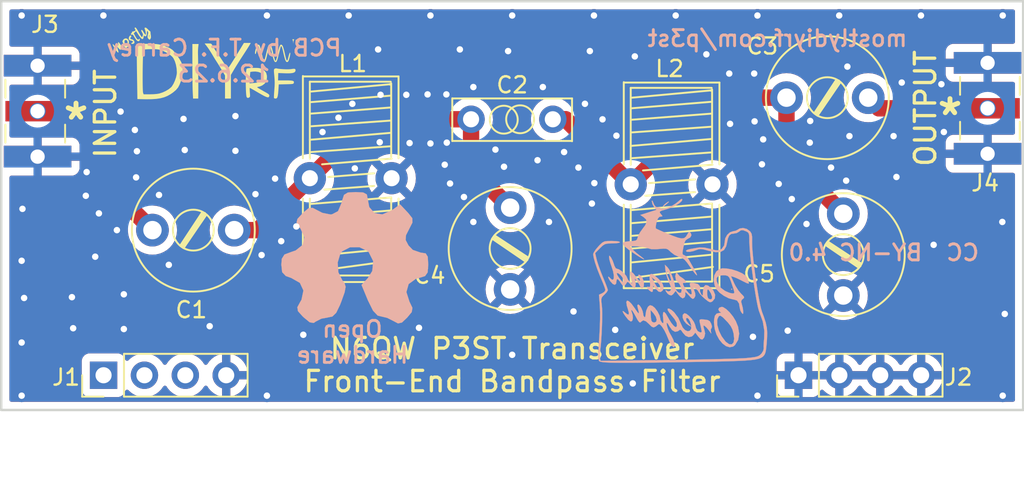
<source format=kicad_pcb>
(kicad_pcb (version 20211014) (generator pcbnew)
  (layers (0 "F.Cu" signal) (31 "B.Cu" signal) (34 "B.Paste" user) (35 "F.Paste" user) (36 "B.SilkS" user "B.Silkscreen") (37 "F.SilkS" user "F.Silkscreen") (38 "B.Mask" user) (39 "F.Mask" user) (44 "Edge.Cuts" user))
  (net 0 "")
  (net 1 "Net-(C1-Pad1)")
  (net 2 "Net-(C1-Pad2)")
  (net 3 "GND")
  (net 4 "Net-(C2-Pad2)")
  (net 5 "Net-(C3-Pad2)")
  (footprint "Graphics:diyrf_12mm" (layer "F.Cu") (at 136.153216 85.577397)
    (fp_text reference "G***" hide)
    (fp_text value "LOGO" hide)
  )
  (footprint "Connector_PinHeader_2.54mm:PinHeader_1x04_P2.54mm_Vertical" (layer "F.Cu") (at 129.804 105.029 90)
    (fp_text reference "J1" (at -0.127 -2.33 180) (layer "F.SilkS"))
    (fp_text value "Conn_01x04_Male")
    (pad "1" thru_hole rect (at 0 0 90) (size 1.7 1.7) (drill 1) (layers *.Cu *.Mask))
    (pad "2" thru_hole oval (at 0 2.54 90) (size 1.7 1.7) (drill 1) (layers *.Cu *.Mask))
    (pad "3" thru_hole oval (at 0 5.08 90) (size 1.7 1.7) (drill 1) (layers *.Cu *.Mask))
    (pad "4" thru_hole oval (at 0 7.62 90) (size 1.7 1.7) (drill 1) (layers *.Cu *.Mask) (net 3 "GND"))
  )
  (footprint "K7TFC_Toroids:Toroid_T50_Vertical_P6.00mm" (layer "F.Cu") (at 162.56 93.1672 90)
    (fp_text reference "L2" (at 7.1882 2.413 180) (layer "F.SilkS"))
    (fp_text value "2.3uH")
    (pad "1" thru_hole circle (at 0 0 90) (size 2 2) (drill 1) (layers *.Cu *.Mask) (net 4 "Net-(C2-Pad2)"))
    (pad "2" thru_hole circle (at 0 5.08 90) (size 2 2) (drill 1) (layers *.Cu *.Mask) (net 3 "GND"))
  )
  (footprint "K7TFC:C_Gimmick" (layer "F.Cu") (at 152.639 89.124 90)
    (fp_text reference "C2" (at 2.129 2.555 180) (layer "F.SilkS"))
    (fp_text value "1.5pF")
    (pad "1" thru_hole oval (at 0 0 90) (size 1.7 1.7) (drill 1) (layers *.Cu *.Mask) (net 2 "Net-(C1-Pad2)"))
    (pad "2" thru_hole oval (at 0 5.08 90) (size 1.7 1.7) (drill 1) (layers *.Cu *.Mask) (net 4 "Net-(C2-Pad2)"))
  )
  (footprint "K7TFC_Toroids:Toroid_T50_Vertical_P6.00mm" (layer "F.Cu") (at 142.621 92.7862 90)
    (fp_text reference "L1" (at 7.112 2.667 180) (layer "F.SilkS"))
    (fp_text value "2.3uH")
    (pad "1" thru_hole circle (at 0 0 90) (size 2 2) (drill 1) (layers *.Cu *.Mask) (net 2 "Net-(C1-Pad2)"))
    (pad "2" thru_hole circle (at 0 5.08 90) (size 2 2) (drill 1) (layers *.Cu *.Mask) (net 3 "GND"))
  )
  (footprint "Graphics:portland_logo_11mm" (layer "F.Cu") (at 164.923716 99.695742)
    (fp_text reference "G***" hide)
    (fp_text value "LOGO" hide)
  )
  (footprint "K7TFC_Passives:Capacitor_Trimmer_Ceramic_GKGxx015_Series" (layer "F.Cu") (at 135.382 96.012)
    (fp_text reference "C1" (at -0.127 4.953) (layer "F.SilkS"))
    (fp_text value "14.8pF")
    (pad "1" thru_hole circle (at -2.54 0) (size 2.032 2.032) (drill 1.143) (layers *.Cu *.Mask) (net 1 "Net-(C1-Pad1)"))
    (pad "2" thru_hole circle (at 2.54 0) (size 2.032 2.032) (drill 1.143) (layers *.Cu *.Mask) (net 2 "Net-(C1-Pad2)"))
  )
  (footprint "K7TFC:SMA_EdgeMount_0.062_Samtec_wHoles" (layer "F.Cu") (at 184.7342 88.4428 90)
    (fp_text reference "J4" (at -4.6482 -0.1524 180) (layer "F.SilkS"))
    (fp_text value "Conn_01x02" hide)
    (pad "1" thru_hole circle (at 0 0 90) (size 1.016 1.016) (drill 0.889) (layers *.Cu *.Mask) (net 5 "Net-(C3-Pad2)"))
    (pad "1" smd rect (at 0 0.2 90) (size 1.27 3.6) (layers "F.Cu" "F.Paste" "F.Mask") (net 5 "Net-(C3-Pad2)"))
    (pad "2" smd rect (at -2.825 0 90) (size 1.35 4.2) (layers "B.Cu" "B.Paste" "B.Mask") (net 3 "GND"))
    (pad "2" thru_hole circle (at 2.825 0 90) (size 1.016 1.016) (drill 0.889) (layers *.Cu *.Mask) (net 3 "GND"))
    (pad "2" smd rect (at 2.825 0 90) (size 1.35 4.2) (layers "B.Cu" "B.Paste" "B.Mask") (net 3 "GND"))
    (pad "2" smd rect (at 2.825 0 90) (size 1.35 4.2) (layers "F.Cu" "F.Paste" "F.Mask") (net 3 "GND"))
    (pad "2" smd rect (at -2.825 0 90) (size 1.35 4.2) (layers "F.Cu" "F.Paste" "F.Mask") (net 3 "GND"))
    (pad "2" thru_hole circle (at -2.825 0 90) (size 1.016 1.016) (drill 0.889) (layers *.Cu *.Mask) (net 3 "GND"))
  )
  (footprint "Connector_PinHeader_2.54mm:PinHeader_1x04_P2.54mm_Vertical" (layer "F.Cu") (at 172.984 105.029 90)
    (fp_text reference "J2" (at -0.127 9.9468 180) (layer "F.SilkS"))
    (fp_text value "Conn_01x04_Male")
    (pad "1" thru_hole rect (at 0 0 90) (size 1.7 1.7) (drill 1) (layers *.Cu *.Mask) (net 3 "GND"))
    (pad "2" thru_hole oval (at 0 2.54 90) (size 1.7 1.7) (drill 1) (layers *.Cu *.Mask) (net 3 "GND"))
    (pad "3" thru_hole oval (at 0 5.08 90) (size 1.7 1.7) (drill 1) (layers *.Cu *.Mask) (net 3 "GND"))
    (pad "4" thru_hole oval (at 0 7.62 90) (size 1.7 1.7) (drill 1) (layers *.Cu *.Mask) (net 3 "GND"))
  )
  (footprint "K7TFC_Passives:Capacitor_Trimmer_Ceramic_GKGxx015_Series" (layer "F.Cu") (at 155.067 97.155 -90)
    (fp_text reference "C4" (at 1.6764 5.0038 180) (layer "F.SilkS"))
    (fp_text value "39pF")
    (pad "1" thru_hole circle locked (at -2.54 0 270) (size 2.032 2.032) (drill 1.143) (layers *.Cu *.Mask) (net 2 "Net-(C1-Pad2)"))
    (pad "2" thru_hole circle locked (at 2.54 0 270) (size 2.032 2.032) (drill 1.143) (layers *.Cu *.Mask) (net 3 "GND"))
  )
  (footprint "K7TFC:SMA_EdgeMount_0.062_Samtec_wHoles" (layer "F.Cu") (at 125.7046 88.6206 -90)
    (fp_text reference "J3" (at -5.3848 -0.4572 180) (layer "F.SilkS"))
    (fp_text value "Conn_01x02" hide)
    (pad "1" smd rect (at 0 0.2 270) (size 1.27 3.6) (layers "F.Cu" "F.Paste" "F.Mask") (net 1 "Net-(C1-Pad1)"))
    (pad "1" thru_hole circle (at 0 0 270) (size 1.016 1.016) (drill 0.889) (layers *.Cu *.Mask) (net 1 "Net-(C1-Pad1)"))
    (pad "2" smd rect (at -2.825 0 270) (size 1.35 4.2) (layers "B.Cu" "B.Paste" "B.Mask") (net 3 "GND"))
    (pad "2" smd rect (at 2.825 0 270) (size 1.35 4.2) (layers "B.Cu" "B.Paste" "B.Mask") (net 3 "GND"))
    (pad "2" thru_hole circle (at 2.825 0 270) (size 1.016 1.016) (drill 0.889) (layers *.Cu *.Mask) (net 3 "GND"))
    (pad "2" thru_hole circle (at -2.825 0 270) (size 1.016 1.016) (drill 0.889) (layers *.Cu *.Mask) (net 3 "GND"))
    (pad "2" smd rect (at -2.825 0 270) (size 1.35 4.2) (layers "F.Cu" "F.Paste" "F.Mask") (net 3 "GND"))
    (pad "2" smd rect (at 2.825 0 270) (size 1.35 4.2) (layers "F.Cu" "F.Paste" "F.Mask") (net 3 "GND"))
  )
  (footprint "K7TFC_Passives:Capacitor_Trimmer_Ceramic_GKGxx015_Series" (layer "F.Cu") (at 174.7774 87.7824)
    (fp_text reference "C3" (at -4.0386 -3.2004 180) (layer "F.SilkS"))
    (fp_text value "14.8pF")
    (pad "1" thru_hole circle locked (at -2.54 0) (size 2.032 2.032) (drill 1.143) (layers *.Cu *.Mask) (net 4 "Net-(C2-Pad2)"))
    (pad "2" thru_hole circle locked (at 2.54 0) (size 2.032 2.032) (drill 1.143) (layers *.Cu *.Mask) (net 5 "Net-(C3-Pad2)"))
  )
  (footprint "K7TFC_Passives:Capacitor_Trimmer_Ceramic_GKGxx015_Series" (layer "F.Cu") (at 175.768 97.536 -90)
    (fp_text reference "C5" (at 1.1938 5.2324 180) (layer "F.SilkS"))
    (fp_text value "39pF")
    (pad "1" thru_hole circle locked (at -2.54 0 270) (size 2.032 2.032) (drill 1.143) (layers *.Cu *.Mask) (net 4 "Net-(C2-Pad2)"))
    (pad "2" thru_hole circle locked (at 2.54 0 270) (size 2.032 2.032) (drill 1.143) (layers *.Cu *.Mask) (net 3 "GND"))
  )
  (footprint "Graphics:open-hardware_9.5mm" (layer "F.Cu") (at 145.2372 97.9932)
    (fp_text reference "G***" hide)
    (fp_text value "LOGO" hide)
  )
  (gr_rect (start 123.444 81.788) (end 186.944 107.188) (layer "Edge.Cuts") (width 0.15) (fill none))
  (gr_text "Open\nHardware" (at 145.2626 102.9716) (layer "B.SilkS") (effects (font (size 1 1) (thickness 0.1778)) (justify mirror)))
  (gr_text "PCB by T.F. Carney\n12.6.23" (at 137.287 85.4964) (layer "B.SilkS") (effects (font (size 1 1) (thickness 0.1778)) (justify mirror)))
  (gr_text "CC  BY-NC 4.0" (at 178.2826 97.409) (layer "B.SilkS") (effects (font (size 1 1) (thickness 0.1778)) (justify mirror)))
  (gr_text "mostlydiyrf.com/p3st" (at 171.6786 84.0994) (layer "B.SilkS") (effects (font (size 1 1) (thickness 0.1778)) (justify mirror)))
  (gr_text "*" (at 128.0922 89.2302) (layer "F.SilkS") (effects (font (size 2.032 2.032) (thickness 0.3048))))
  (gr_text "N6QW P3ST Transceiver\nFront-End Bandpass Filter" (at 155.194 104.394) (layer "F.SilkS") (effects (font (size 1.27 1.27) (thickness 0.2032))))
  (gr_text "*" (at 182.3974 88.9508) (layer "F.SilkS") (effects (font (size 2.032 2.032) (thickness 0.3048))))
  (gr_text "INPUT" (at 129.921 88.773 90) (layer "F.SilkS") (effects (font (size 1.27 1.27) (thickness 0.2032))))
  (gr_text "OUTPUT" (at 180.8734 88.4428 90) (layer "F.SilkS") (effects (font (size 1.27 1.27) (thickness 0.2032))))
  (segment (start 130.337 93.507) (end 130.337 90.3066) (width 1.016) (layer "F.Cu") (net 1))
  (segment (start 128.651 88.6206) (end 125.7046 88.6206) (width 1.016) (layer "F.Cu") (net 1))
  (segment (start 130.337 90.3066) (end 128.651 88.6206) (width 1.016) (layer "F.Cu") (net 1))
  (segment (start 132.842 96.012) (end 130.337 93.507) (width 1.016) (layer "F.Cu") (net 1))
  (segment (start 152.639 92.187) (end 155.067 94.615) (width 1.016) (layer "F.Cu") (net 2))
  (segment (start 139.3952 96.012) (end 142.621 92.7862) (width 1.016) (layer "F.Cu") (net 2))
  (segment (start 152.639 89.124) (end 146.2832 89.124) (width 1.016) (layer "F.Cu") (net 2))
  (segment (start 146.2832 89.124) (end 142.621 92.7862) (width 1.016) (layer "F.Cu") (net 2))
  (segment (start 152.639 89.124) (end 152.639 92.187) (width 1.016) (layer "F.Cu") (net 2))
  (segment (start 137.922 96.012) (end 139.3952 96.012) (width 1.016) (layer "F.Cu") (net 2))
  (via (at 176.149 90.17) (size 0.8) (drill 0.4) (layers "F.Cu" "B.Cu") (net 3))
  (via (at 131.064 102.1588) (size 0.8) (drill 0.4) (layers "F.Cu" "B.Cu") (net 3))
  (via (at 170.1546 102.6414) (size 0.8) (drill 0.4) (layers "F.Cu" "B.Cu") (net 3))
  (via (at 168.6814 86.2838) (size 0.8) (drill 0.4) (layers "F.Cu" "B.Cu") (net 3))
  (via (at 148.6154 87.6046) (size 0.8) (drill 0.4) (layers "F.Cu" "B.Cu") (net 3))
  (via (at 173.6852 90.5764) (size 0.8) (drill 0.4) (layers "F.Cu" "B.Cu") (net 3))
  (via (at 182.0164 89.916) (size 0.8) (drill 0.4) (layers "F.Cu" "B.Cu") (net 3))
  (via (at 161.671 90.1446) (size 0.8) (drill 0.4) (layers "F.Cu" "B.Cu") (net 3))
  (via (at 170.7134 91.9226) (size 0.8) (drill 0.4) (layers "F.Cu" "B.Cu") (net 3))
  (via (at 131.8768 91.1098) (size 0.8) (drill 0.4) (layers "F.Cu" "B.Cu") (net 3))
  (via (at 151.13 90.5764) (size 0.8) (drill 0.4) (layers "F.Cu" "B.Cu") (net 3))
  (via (at 133.2484 93.8276) (size 0.8) (drill 0.4) (layers "F.Cu" "B.Cu") (net 3))
  (via (at 155.194 103.759) (size 0.8) (drill 0.4) (layers "F.Cu" "B.Cu") (net 3))
  (via (at 131.826 92.7354) (size 0.8) (drill 0.4) (layers "F.Cu" "B.Cu") (net 3))
  (via (at 170.434 106.299) (size 0.8) (drill 0.4) (layers "F.Cu" "B.Cu") (net 3))
  (via (at 151.9428 84.7852) (size 0.8) (drill 0.4) (layers "F.Cu" "B.Cu") (net 3))
  (via (at 173.482 95.631) (size 0.8) (drill 0.4) (layers "F.Cu" "B.Cu") (net 3))
  (via (at 130.6322 96.012) (size 0.8) (drill 0.4) (layers "F.Cu" "B.Cu") (net 3))
  (via (at 170.2308 86.2838) (size 0.8) (drill 0.4) (layers "F.Cu" "B.Cu") (net 3))
  (via (at 161.5948 102.2096) (size 0.8) (drill 0.4) (layers "F.Cu" "B.Cu") (net 3))
  (via (at 185.801 101.219) (size 0.8) (drill 0.4) (layers "F.Cu" "B.Cu") (net 3))
  (via (at 181.3814 96.9264) (size 0.8) (drill 0.4) (layers "F.Cu" "B.Cu") (net 3))
  (via (at 165.354 82.677) (size 0.8) (drill 0.4) (layers "F.Cu" "B.Cu") (net 3))
  (via (at 144.399 89.027) (size 0.8) (drill 0.4) (layers "F.Cu" "B.Cu") (net 3))
  (via (at 170.434 82.677) (size 0.8) (drill 0.4) (layers "F.Cu" "B.Cu") (net 3))
  (via (at 124.714 102.997) (size 0.8) (drill 0.4) (layers "F.Cu" "B.Cu") (net 3))
  (via (at 128.7526 92.4052) (size 0.8) (drill 0.4) (layers "F.Cu" "B.Cu") (net 3))
  (via (at 124.714 106.299) (size 0.8) (drill 0.4) (layers "F.Cu" "B.Cu") (net 3))
  (via (at 185.674 106.299) (size 0.8) (drill 0.4) (layers "F.Cu" "B.Cu") (net 3))
  (via (at 173.7106 89.2302) (size 0.8) (drill 0.4) (layers "F.Cu" "B.Cu") (net 3))
  (via (at 181.864 86.9442) (size 0.8) (drill 0.4) (layers "F.Cu" "B.Cu") (net 3))
  (via (at 136.398 101.981) (size 0.8) (drill 0.4) (layers "F.Cu" "B.Cu") (net 3))
  (via (at 139.954 106.299) (size 0.8) (drill 0.4) (layers "F.Cu" "B.Cu") (net 3))
  (via (at 175.514 82.677) (size 0.8) (drill 0.4) (layers "F.Cu" "B.Cu") (net 3))
  (via (at 155.194 82.677) (size 0.8) (drill 0.4) (layers "F.Cu" "B.Cu") (net 3))
  (via (at 151.003 91.948) (size 0.8) (drill 0.4) (layers "F.Cu" "B.Cu") (net 3))
  (via (at 139.6238 97.5614) (size 0.8) (drill 0.4) (layers "F.Cu" "B.Cu") (net 3))
  (via (at 180.594 82.677) (size 0.8) (drill 0.4) (layers "F.Cu" "B.Cu") (net 3))
  (via (at 175.006 92.1258) (size 0.8) (drill 0.4) (layers "F.Cu" "B.Cu") (net 3))
  (via (at 148.8186 90.6018) (size 0.8) (drill 0.4) (layers "F.Cu" "B.Cu") (net 3))
  (via (at 162.814 85.217) (size 0.8) (drill 0.4) (layers "F.Cu" "B.Cu") (net 3))
  (via (at 168.7322 89.408) (size 0.8) (drill 0.4) (layers "F.Cu" "B.Cu") (net 3))
  (via (at 151.3332 93.1164) (size 0.8) (drill 0.4) (layers "F.Cu" "B.Cu") (net 3))
  (via (at 162.687 105.537) (size 0.8) (drill 0.4) (layers "F.Cu" "B.Cu") (net 3))
  (via (at 159.3088 92.1258) (size 0.8) (drill 0.4) (layers "F.Cu" "B.Cu") (net 3))
  (via (at 152.781 95.504) (size 0.8) (drill 0.4) (layers "F.Cu" "B.Cu") (net 3))
  (via (at 149.4028 102.0826) (size 0.8) (drill 0.4) (layers "F.Cu" "B.Cu") (net 3))
  (via (at 140.843 96.6978) (size 0.8) (drill 0.4) (layers "F.Cu" "B.Cu") (net 3))
  (via (at 160.147 94.361) (size 0.8) (drill 0.4) (layers "F.Cu" "B.Cu") (net 3))
  (via (at 178.8922 90.17) (size 0.8) (drill 0.4) (layers "F.Cu" "B.Cu") (net 3))
  (via (at 146.9644 90.551) (size 0.8) (drill 0.4) (layers "F.Cu" "B.Cu") (net 3))
  (via (at 139.954 82.677) (size 0.8) (drill 0.4) (layers "F.Cu" "B.Cu") (net 3))
  (via (at 133.858 98.171) (size 0.8) (drill 0.4) (layers "F.Cu" "B.Cu") (net 3))
  (via (at 185.674 82.677) (size 0.8) (drill 0.4) (layers "F.Cu" "B.Cu") (net 3))
  (via (at 129.5146 94.9706) (size 0.8) (drill 0.4) (layers "F.Cu" "B.Cu") (net 3))
  (via (at 175.9458 92.9386) (size 0.8) (drill 0.4) (layers "F.Cu" "B.Cu") (net 3))
  (via (at 128.7018 93.8784) (size 0.8) (drill 0.4) (layers "F.Cu" "B.Cu") (net 3))
  (via (at 176.022 85.852) (size 0.8) (drill 0.4) (layers "F.Cu" "B.Cu") (net 3))
  (via (at 145.415 92.1766) (size 0.8) (drill 0.4) (layers "F.Cu" "B.Cu") (net 3))
  (via (at 145.034 82.677) (size 0.8) (drill 0.4) (layers "F.Cu" "B.Cu") (net 3))
  (via (at 137.9982 91.0844) (size 0.8) (drill 0.4) (layers "F.Cu" "B.Cu") (net 3))
  (via (at 160.2994 93.091) (size 0.8) (drill 0.4) (layers "F.Cu" "B.Cu") (net 3))
  (via (at 127.9144 102.108) (size 0.8) (drill 0.4) (layers "F.Cu" "B.Cu") (net 3))
  (via (at 130.8608 88.646) (size 0.8) (drill 0.4) (layers "F.Cu" "B.Cu") (net 3))
  (via (at 145.2626 88.1634) (size 0.8) (drill 0.4) (layers "F.Cu" "B.Cu") (net 3))
  (via (at 137.9982 88.9254) (size 0.8) (drill 0.4) (layers "F.Cu" "B.Cu") (net 3))
  (via (at 159.7152 88.1634) (size 0.8) (drill 0.4) (layers "F.Cu" "B.Cu") (net 3))
  (via (at 179.4002 86.8426) (size 0.8) (drill 0.4) (layers "F.Cu" "B.Cu") (net 3))
  (via (at 143.4084 89.916) (size 0.8) (drill 0.4) (layers "F.Cu" "B.Cu") (net 3))
  (via (at 172.5676 94.0816) (size 0.8) (drill 0.4) (layers "F.Cu" "B.Cu") (net 3))
  (via (at 124.714 97.917) (size 0.8) (drill 0.4) (layers "F.Cu" "B.Cu") (net 3))
  (via (at 142.2146 102.5144) (size 0.8) (drill 0.4) (layers "F.Cu" "B.Cu") (net 3))
  (via (at 172.3136 102.2604) (size 0.8) (drill 0.4) (layers "F.Cu" "B.Cu") (net 3))
  (via (at 152.1968 93.9546) (size 0.8) (drill 0.4) (layers "F.Cu" "B.Cu") (net 3))
  (via (at 167.259 85.09) (size 0.8) (drill 0.4) (layers "F.Cu" "B.Cu") (net 3))
  (via (at 160.274 82.677) (size 0.8) (drill 0.4) (layers "F.Cu" "B.Cu") (net 3))
  (via (at 129.286 97.663) (size 0.8) (drill 0.4) (layers "F.Cu" "B.Cu") (net 3))
  (via (at 160.02 84.8868) (size 0.8) (drill 0.4) (layers "F.Cu" "B.Cu") (net 3))
  (via (at 170.7896 90.3732) (size 0.8) (drill 0.4) (layers "F.Cu" "B.Cu") (net 3))
  (via (at 149.9362 87.5792) (size 0.8) (drill 0.4) (layers "F.Cu" "B.Cu") (net 3))
  (via (at 124.8664 100.2284) (size 0.8) (drill 0.4) (layers "F.Cu" "B.Cu") (net 3))
  (via (at 139.2428 93.7768) (size 0.8) (drill 0.4) (layers "F.Cu" "B.Cu") (net 3))
  (via (at 147.0152 87.6046) (size 0.8) (drill 0.4) (layers "F.Cu" "B.Cu") (net 3))
  (via (at 151.1046 87.5792) (size 0.8) (drill 0.4) (layers "F.Cu" "B.Cu") (net 3))
  (via (at 157.48 95.504) (size 0.8) (drill 0.4) (layers "F.Cu" "B.Cu") (net 3))
  (via (at 141.7828 95.7834) (size 0.8) (drill 0.4) (layers "F.Cu" "B.Cu") (net 3))
  (via (at 154.1526 91.0082) (size 0.8) (drill 0.4) (layers "F.Cu" "B.Cu") (net 3))
  (via (at 127.8382 100.1776) (size 0.8) (drill 0.4) (layers "F.Cu" "B.Cu") (net 3))
  (via (at 160.8074 89.1286) (size 0.8) (drill 0.4) (layers "F.Cu" "B.Cu") (net 3))
  (via (at 124.7648 94.6912) (size 0.8) (drill 0.4) (layers "F.Cu" "B.Cu") (net 3))
  (via (at 179.07 92.71) (size 0.8) (drill 0.4) (layers "F.Cu" "B.Cu") (net 3))
  (via (at 124.714 82.677) (size 0.8) (drill 0.4) (layers "F.Cu" "B.Cu") (net 3))
  (via (at 152.781 87.122) (size 0.8) (drill 0.4) (layers "F.Cu" "B.Cu") (net 3))
  (via (at 134.7724 89.1032) (size 0.8) (drill 0.4) (layers "F.Cu" "B.Cu") (net 3))
  (via (at 158.4198 91.1606) (size 0.8) (drill 0.4) (layers "F.Cu" "B.Cu") (net 3))
  (via (at 170.2562 89.2556) (size 0.8) (drill 0.4) (layers "F.Cu" "B.Cu") (net 3))
  (via (at 129.794 82.677) (size 0.8) (drill 0.4) (layers "F.Cu" "B.Cu") (net 3))
  (via (at 159.004 101.0666) (size 0.8) (drill 0.4) (layers "F.Cu" "B.Cu") (net 3))
  (via (at 185.6486 95.504) (size 0.8) (drill 0.4) (layers "F.Cu" "B.Cu") (net 3))
  (via (at 140.462 92.8116) (size 0.8) (drill 0.4) (layers "F.Cu" "B.Cu") (net 3))
  (via (at 150.114 82.677) (size 0.8) (drill 0.4) (layers "F.Cu" "B.Cu") (net 3))
  (via (at 131.7498 89.789) (size 0.8) (drill 0.4) (layers "F.Cu" "B.Cu") (net 3))
  (via (at 156.7688 91.6686) (size 0.8) (drill 0.4) (layers "F.Cu" "B.Cu") (net 3))
  (via (at 150.114 90.6272) (size 0.8) (drill 0.4) (layers "F.Cu" "B.Cu") (net 3))
  (via (at 157.099 87.122) (size 0.8) (drill 0.4) (layers "F.Cu" "B.Cu") (net 3))
  (via (at 134.8486 91.0336) (size 0.8) (drill 0.4) (layers "F.Cu" "B.Cu") (net 3))
  (via (at 154.94 84.8868) (size 0.8) (drill 0.4) (layers "F.Cu" "B.Cu") (net 3))
  (via (at 171.7548 93.1418) (size 0.8) (drill 0.4) (layers "F.Cu" "B.Cu") (net 3))
  (via (at 146.8628 84.7852) (size 0.8) (drill 0.4) (layers "F.Cu" "B.Cu") (net 3))
  (via (at 131.064 99.9998) (size 0.8) (drill 0.4) (layers "F.Cu" "B.Cu") (net 3))
  (via (at 154.686 92.075) (size 0.8) (drill 0.4) (layers "F.Cu" "B.Cu") (net 3))
  (segment (start 158.5168 89.124) (end 162.56 93.1672) (width 1.016) (layer "F.Cu") (net 4))
  (segment (start 162.56 93.1672) (end 167.9448 87.7824) (width 1.016) (layer "F.Cu") (net 4))
  (segment (start 172.2374 91.4654) (end 172.2374 87.7824) (width 1.016) (layer "F.Cu") (net 4))
  (segment (start 175.768 94.996) (end 172.2374 91.4654) (width 1.016) (layer "F.Cu") (net 4))
  (segment (start 167.9448 87.7824) (end 172.2374 87.7824) (width 1.016) (layer "F.Cu") (net 4))
  (segment (start 157.719 89.124) (end 158.5168 89.124) (width 1.016) (layer "F.Cu") (net 4))
  (segment (start 184.7342 88.4428) (end 177.9778 88.4428) (width 1.016) (layer "F.Cu") (net 5))
  (segment (start 177.9778 88.4428) (end 177.3174 87.7824) (width 1.016) (layer "F.Cu") (net 5))
  (zone (net 3) (net_name "GND") (layers F&B.Cu) (connect_pads (clearance 0.508)) (min_thickness 0.254) (fill yes (thermal_gap 0.508) (thermal_bridge_width 0.508))
    (polygon (pts (xy 186.817 107.061) (xy 123.571 107.061) (xy 123.571 81.915) (xy 186.817 81.915)))
  )
)
</source>
